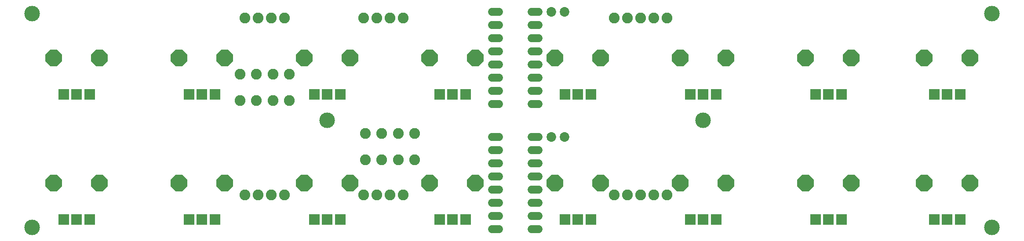
<source format=gbs>
G75*
G70*
%OFA0B0*%
%FSLAX24Y24*%
%IPPOS*%
%LPD*%
%AMOC8*
5,1,8,0,0,1.08239X$1,22.5*
%
%ADD10R,0.0820X0.0820*%
%ADD11OC8,0.1261*%
%ADD12C,0.0600*%
%ADD13C,0.1182*%
%ADD14C,0.0820*%
%ADD15C,0.0730*%
D10*
X005026Y003254D03*
X006010Y003254D03*
X006994Y003254D03*
X014526Y003254D03*
X015510Y003254D03*
X016494Y003254D03*
X024026Y003254D03*
X025010Y003254D03*
X025994Y003254D03*
X033526Y003254D03*
X034510Y003254D03*
X035494Y003254D03*
X043026Y003254D03*
X044010Y003254D03*
X044994Y003254D03*
X052526Y003254D03*
X053510Y003254D03*
X054494Y003254D03*
X062026Y003254D03*
X063010Y003254D03*
X063994Y003254D03*
X071026Y003254D03*
X072010Y003254D03*
X072994Y003254D03*
X072994Y012754D03*
X072010Y012754D03*
X071026Y012754D03*
X063994Y012754D03*
X063010Y012754D03*
X062026Y012754D03*
X054494Y012754D03*
X053510Y012754D03*
X052526Y012754D03*
X044994Y012754D03*
X044010Y012754D03*
X043026Y012754D03*
X035494Y012754D03*
X034510Y012754D03*
X033526Y012754D03*
X025994Y012754D03*
X025010Y012754D03*
X024026Y012754D03*
X016494Y012754D03*
X015510Y012754D03*
X014526Y012754D03*
X006994Y012754D03*
X006010Y012754D03*
X005026Y012754D03*
D11*
X004278Y015510D03*
X007742Y015510D03*
X013778Y015510D03*
X017242Y015510D03*
X023278Y015510D03*
X026742Y015510D03*
X032778Y015510D03*
X036242Y015510D03*
X042278Y015510D03*
X045742Y015510D03*
X051778Y015510D03*
X055242Y015510D03*
X061278Y015510D03*
X064742Y015510D03*
X070278Y015510D03*
X073742Y015510D03*
X073742Y006010D03*
X070278Y006010D03*
X064742Y006010D03*
X061278Y006010D03*
X055242Y006010D03*
X051778Y006010D03*
X045742Y006010D03*
X042278Y006010D03*
X036242Y006010D03*
X032778Y006010D03*
X026742Y006010D03*
X023278Y006010D03*
X017242Y006010D03*
X013778Y006010D03*
X007742Y006010D03*
X004278Y006010D03*
D12*
X037500Y005510D02*
X038020Y005510D01*
X040500Y005510D02*
X041020Y005510D01*
X041020Y004510D02*
X040500Y004510D01*
X038020Y004510D02*
X037500Y004510D01*
X037500Y003510D02*
X038020Y003510D01*
X040500Y003510D02*
X041020Y003510D01*
X041020Y002510D02*
X040500Y002510D01*
X038020Y002510D02*
X037500Y002510D01*
X037500Y006510D02*
X038020Y006510D01*
X040500Y006510D02*
X041020Y006510D01*
X041020Y007510D02*
X040500Y007510D01*
X038020Y007510D02*
X037500Y007510D01*
X037500Y008510D02*
X038020Y008510D01*
X040500Y008510D02*
X041020Y008510D01*
X041020Y009510D02*
X040500Y009510D01*
X038020Y009510D02*
X037500Y009510D01*
X037500Y012010D02*
X038020Y012010D01*
X040500Y012010D02*
X041020Y012010D01*
X041020Y013010D02*
X040500Y013010D01*
X038020Y013010D02*
X037500Y013010D01*
X037500Y014010D02*
X038020Y014010D01*
X040500Y014010D02*
X041020Y014010D01*
X041020Y015010D02*
X040500Y015010D01*
X038020Y015010D02*
X037500Y015010D01*
X037500Y016010D02*
X038020Y016010D01*
X040500Y016010D02*
X041020Y016010D01*
X041020Y017010D02*
X040500Y017010D01*
X038020Y017010D02*
X037500Y017010D01*
X037500Y018010D02*
X038020Y018010D01*
X040500Y018010D02*
X041020Y018010D01*
X041020Y019010D02*
X040500Y019010D01*
X038020Y019010D02*
X037500Y019010D01*
D13*
X002635Y002635D03*
X025010Y010760D03*
X053510Y010760D03*
X075385Y018885D03*
X075385Y002635D03*
X002635Y018885D03*
D14*
X018760Y018556D03*
X019760Y018556D03*
X020760Y018556D03*
X021760Y018556D03*
X027760Y018556D03*
X028760Y018556D03*
X029760Y018556D03*
X030760Y018556D03*
X022135Y014260D03*
X020885Y014260D03*
X019635Y014260D03*
X018385Y014260D03*
X018385Y012260D03*
X019635Y012260D03*
X020885Y012260D03*
X022135Y012260D03*
X027885Y009760D03*
X029135Y009760D03*
X030385Y009760D03*
X031635Y009760D03*
X031635Y007760D03*
X030385Y007760D03*
X029135Y007760D03*
X027885Y007760D03*
X027760Y005118D03*
X028760Y005118D03*
X029760Y005118D03*
X030760Y005118D03*
X021760Y005118D03*
X020760Y005118D03*
X019760Y005118D03*
X018760Y005118D03*
X046760Y005118D03*
X047760Y005118D03*
X048760Y005118D03*
X049760Y005118D03*
X050760Y005118D03*
X050760Y018556D03*
X049760Y018556D03*
X048760Y018556D03*
X047760Y018556D03*
X046760Y018556D03*
D15*
X043010Y019010D03*
X042010Y019010D03*
X042010Y009510D03*
X043010Y009510D03*
M02*

</source>
